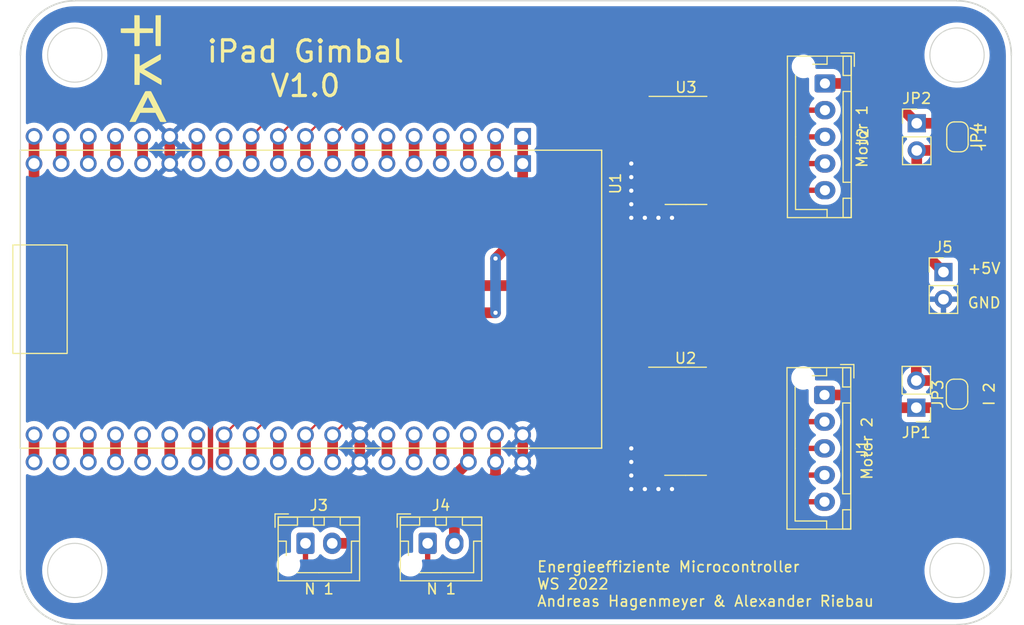
<source format=kicad_pcb>
(kicad_pcb (version 20211014) (generator pcbnew)
  (layers (0 "F.Cu" signal) (31 "B.Cu" signal) (34 "B.Paste" user) (35 "F.Paste" user) (36 "B.SilkS" user "B.Silkscreen") (37 "F.SilkS" user "F.Silkscreen") (38 "B.Mask" user) (39 "F.Mask" user) (44 "Edge.Cuts" user))
  (net 0 "")
  (net 1 "Net-(J1-Pad1)")
  (net 2 "Net-(J1-Pad2)")
  (net 3 "Net-(J1-Pad3)")
  (net 4 "Net-(J1-Pad4)")
  (net 5 "Net-(J1-Pad5)")
  (net 6 "Net-(J2-Pad1)")
  (net 7 "Net-(J2-Pad2)")
  (net 8 "Net-(J2-Pad3)")
  (net 9 "Net-(J2-Pad4)")
  (net 10 "Net-(J2-Pad5)")
  (net 11 "+5V")
  (net 12 "unconnected-(U1-Pad2)")
  (net 13 "unconnected-(U1-Pad3)")
  (net 14 "unconnected-(U1-Pad4)")
  (net 15 "unconnected-(U1-Pad5)")
  (net 16 "unconnected-(U1-Pad6)")
  (net 17 "unconnected-(U1-Pad7)")
  (net 18 "M2_S2")
  (net 19 "M2_S1")
  (net 20 "unconnected-(U1-Pad12)")
  (net 21 "unconnected-(U1-Pad13)")
  (net 22 "unconnected-(U1-Pad15)")
  (net 23 "unconnected-(U1-Pad16)")
  (net 24 "unconnected-(U1-Pad17)")
  (net 25 "unconnected-(U1-Pad18)")
  (net 26 "GND")
  (net 27 "unconnected-(U1-Pad23)")
  (net 28 "unconnected-(U1-Pad24)")
  (net 29 "unconnected-(U1-Pad25)")
  (net 30 "M1_S4")
  (net 31 "M1_S3")
  (net 32 "unconnected-(U1-Pad29)")
  (net 33 "M1_S2")
  (net 34 "M1_S1")
  (net 35 "unconnected-(U1-Pad32)")
  (net 36 "unconnected-(U1-Pad33)")
  (net 37 "unconnected-(U1-Pad34)")
  (net 38 "unconnected-(U1-Pad35)")
  (net 39 "unconnected-(U1-Pad36)")
  (net 40 "unconnected-(U1-Pad37)")
  (net 41 "unconnected-(U1-Pad38)")
  (net 54 "+3.3V")
  (net 55 "N1")
  (net 56 "N2")
  (net 57 "M2_S4")
  (net 58 "M2_S3")
  (footprint "Package_SO:SOIC-16_3.9x9.9mm_P1.27mm" (layer "F.Cu") (at 179.11 85.13)
    (fp_text reference "U3" (at 0 -5.9) (layer "F.SilkS"))
    (fp_text value "ULN2003A")
    (pad "1" smd roundrect (at -2.475 -4.445) (size 1.95 0.6) (layers "F.Cu" "F.Paste" "F.Mask") (net 19 "M2_S1"))
    (pad "2" smd roundrect (at -2.475 -3.175) (size 1.95 0.6) (layers "F.Cu" "F.Paste" "F.Mask") (net 18 "M2_S2"))
    (pad "3" smd roundrect (at -2.475 -1.905) (size 1.95 0.6) (layers "F.Cu" "F.Paste" "F.Mask") (net 58 "M2_S3"))
    (pad "4" smd roundrect (at -2.475 -0.635) (size 1.95 0.6) (layers "F.Cu" "F.Paste" "F.Mask") (net 57 "M2_S4"))
    (pad "5" smd roundrect (at -2.475 0.635) (size 1.95 0.6) (layers "F.Cu" "F.Paste" "F.Mask"))
    (pad "6" smd roundrect (at -2.475 1.905) (size 1.95 0.6) (layers "F.Cu" "F.Paste" "F.Mask"))
    (pad "7" smd roundrect (at -2.475 3.175) (size 1.95 0.6) (layers "F.Cu" "F.Paste" "F.Mask"))
    (pad "8" smd roundrect (at -2.475 4.445) (size 1.95 0.6) (layers "F.Cu" "F.Paste" "F.Mask") (net 26 "GND"))
    (pad "9" smd roundrect (at 2.475 4.445) (size 1.95 0.6) (layers "F.Cu" "F.Paste" "F.Mask") (net 11 "+5V"))
    (pad "10" smd roundrect (at 2.475 3.175) (size 1.95 0.6) (layers "F.Cu" "F.Paste" "F.Mask"))
    (pad "11" smd roundrect (at 2.475 1.905) (size 1.95 0.6) (layers "F.Cu" "F.Paste" "F.Mask"))
    (pad "12" smd roundrect (at 2.475 0.635) (size 1.95 0.6) (layers "F.Cu" "F.Paste" "F.Mask"))
    (pad "13" smd roundrect (at 2.475 -0.635) (size 1.95 0.6) (layers "F.Cu" "F.Paste" "F.Mask") (net 10 "Net-(J2-Pad5)"))
    (pad "14" smd roundrect (at 2.475 -1.905) (size 1.95 0.6) (layers "F.Cu" "F.Paste" "F.Mask") (net 9 "Net-(J2-Pad4)"))
    (pad "15" smd roundrect (at 2.475 -3.175) (size 1.95 0.6) (layers "F.Cu" "F.Paste" "F.Mask") (net 8 "Net-(J2-Pad3)"))
    (pad "16" smd roundrect (at 2.475 -4.445) (size 1.95 0.6) (layers "F.Cu" "F.Paste" "F.Mask") (net 7 "Net-(J2-Pad2)"))
  )
  (footprint "Connector_JST:JST_XH_B2B-XH-AM_1x02_P2.50mm_Vertical" (layer "F.Cu") (at 154.94 121.92)
    (fp_text reference "J4" (at 1.25 -3.55) (layer "F.SilkS"))
    (fp_text value "Conn_01x02")
    (pad "" np_thru_hole circle (at -1.6 2) (size 1.2 1.2) (drill 1.2) (layers *.Cu *.Mask))
    (pad "1" thru_hole roundrect (at 0 0) (size 1.7 2) (drill 1) (layers *.Cu *.Mask) (roundrect_rratio 0.147059) (net 54 "+3.3V"))
    (pad "2" thru_hole oval (at 2.5 0) (size 1.7 2) (drill 1) (layers *.Cu *.Mask) (net 56 "N2"))
  )
  (footprint "Jumper:SolderJumper-2_P1.3mm_Open_RoundedPad1.0x1.5mm" (layer "F.Cu") (at 204.47 107.95 90)
    (fp_text reference "JP3" (at 0 -1.8 90) (layer "F.SilkS"))
    (fp_text value "SolderJumper_2_Open")
    (pad "1" smd custom (at -0.65 0 90) (size 1 0.5) (layers "F.Cu" "F.Mask") (net 1 "Net-(J1-Pad1)") (options (clearance outline) (anchor rect)) (primitives (gr_circle (center 0 0.25) (end 0.5 0.25) (width 0) (fill yes)) (gr_circle (center 0 -0.25) (end 0.5 -0.25) (width 0) (fill yes)) (gr_poly (pts (xy 0.5 0.75) (xy 0 0.75) (xy 0 -0.75) (xy 0.5 -0.75)) (width 0) (fill yes))))
    (pad "2" smd custom (at 0.65 0 90) (size 1 0.5) (layers "F.Cu" "F.Mask") (net 11 "+5V") (options (clearance outline) (anchor rect)) (primitives (gr_circle (center 0 0.25) (end 0.5 0.25) (width 0) (fill yes)) (gr_circle (center 0 -0.25) (end 0.5 -0.25) (width 0) (fill yes)) (gr_poly (pts (xy 0 0.75) (xy -0.5 0.75) (xy -0.5 -0.75) (xy 0 -0.75)) (width 0) (fill yes))))
  )
  (footprint "ESP32-DEVKITC-32D:MODULE_ESP32-DEVKITC-32D_TWO-ROW" (layer "F.Cu") (at 144.07 99.06 -90)
    (fp_text reference "U1" (at -10.829175 -28.446045 -90) (layer "F.SilkS") (effects (font (size 1.000386 1.000386))))
    (fp_text value "ESP32-DEVKITC-32D")
    (pad "1" thru_hole rect (at -12.7 -19.76 270) (size 1.56 1.56) (drill 1.04) (layers *.Cu *.Mask) (net 54 "+3.3V"))
    (pad "1" thru_hole rect (at -15.24 -19.76 270) (size 1.56 1.56) (drill 1.04) (layers *.Cu *.Mask) (net 54 "+3.3V"))
    (pad "2" thru_hole circle (at -15.24 -17.22 270) (size 1.56 1.56) (drill 1.04) (layers *.Cu *.Mask) (net 12 "unconnected-(U1-Pad2)"))
    (pad "2" thru_hole circle (at -12.7 -17.22 270) (size 1.56 1.56) (drill 1.04) (layers *.Cu *.Mask) (net 12 "unconnected-(U1-Pad2)"))
    (pad "3" thru_hole circle (at -12.7 -14.68 270) (size 1.56 1.56) (drill 1.04) (layers *.Cu *.Mask) (net 13 "unconnected-(U1-Pad3)"))
    (pad "3" thru_hole circle (at -15.24 -14.68 270) (size 1.56 1.56) (drill 1.04) (layers *.Cu *.Mask) (net 13 "unconnected-(U1-Pad3)"))
    (pad "4" thru_hole circle (at -12.7 -12.14 270) (size 1.56 1.56) (drill 1.04) (layers *.Cu *.Mask) (net 14 "unconnected-(U1-Pad4)"))
    (pad "4" thru_hole circle (at -15.24 -12.14 270) (size 1.56 1.56) (drill 1.04) (layers *.Cu *.Mask) (net 14 "unconnected-(U1-Pad4)"))
    (pad "5" thru_hole circle (at -12.7 -9.6 270) (size 1.56 1.56) (drill 1.04) (layers *.Cu *.Mask) (net 15 "unconnected-(U1-Pad5)"))
    (pad "5" thru_hole circle (at -15.24 -9.6 270) (size 1.56 1.56) (drill 1.04) (layers *.Cu *.Mask) (net 15 "unconnected-(U1-Pad5)"))
    (pad "6" thru_hole circle (at -12.7 -7.06 270) (size 1.56 1.56) (drill 1.04) (layers *.Cu *.Mask) (net 16 "unconnected-(U1-Pad6)"))
    (pad "6" thru_hole circle (at -15.24 -7.06 270) (size 1.56 1.56) (drill 1.04) (layers *.Cu *.Mask) (net 16 "unconnected-(U1-Pad6)"))
    (pad "7" thru_hole circle (at -15.24 -4.52 270) (size 1.56 1.56) (drill 1.04) (layers *.Cu *.Mask) (net 17 "unconnected-(U1-Pad7)"))
    (pad "7" thru_hole circle (at -12.7 -4.52 270) (size 1.56 1.56) (drill 1.04) (layers *.Cu *.Mask) (net 17 "unconnected-(U1-Pad7)"))
    (pad "8" thru_hole circle (at -12.7 -1.98 270) (size 1.56 1.56) (drill 1.04) (layers *.Cu *.Mask) (net 57 "M2_S4"))
    (pad "8" thru_hole circle (at -15.24 -1.98 270) (size 1.56 1.56) (drill 1.04) (layers *.Cu *.Mask) (net 57 "M2_S4"))
    (pad "9" thru_hole circle (at -15.24 0.56 270) (size 1.56 1.56) (drill 1.04) (layers *.Cu *.Mask) (net 58 "M2_S3"))
    (pad "9" thru_hole circle (at -12.7 0.56 270) (size 1.56 1.56) (drill 1.04) (layers *.Cu *.Mask) (net 58 "M2_S3"))
    (pad "10" thru_hole circle (at -15.24 3.1 270) (size 1.56 1.56) (drill 1.04) (layers *.Cu *.Mask) (net 18 "M2_S2"))
    (pad "10" thru_hole circle (at -12.7 3.1 270) (size 1.56 1.56) (drill 1.04) (layers *.Cu *.Mask) (net 18 "M2_S2"))
    (pad "11" thru_hole circle (at -12.7 5.64 270) (size 1.56 1.56) (drill 1.04) (layers *.Cu *.Mask) (net 19 "M2_S1"))
    (pad "11" thru_hole circle (at -15.24 5.64 270) (size 1.56 1.56) (drill 1.04) (layers *.Cu *.Mask) (net 19 "M2_S1"))
    (pad "12" thru_hole circle (at -15.24 8.18 270) (size 1.56 1.56) (drill 1.04) (layers *.Cu *.Mask) (net 20 "unconnected-(U1-Pad12)"))
    (pad "12" thru_hole circle (at -12.7 8.18 270) (size 1.56 1.56) (drill 1.04) (layers *.Cu *.Mask) (net 20 "unconnected-(U1-Pad12)"))
    (pad "13" thru_hole circle (at -15.24 10.72 270) (size 1.56 1.56) (drill 1.04) (layers *.Cu *.Mask) (net 21 "unconnected-(U1-Pad13)"))
    (pad "13" thru_hole circle (at -12.7 10.72 270) (size 1.56 1.56) (drill 1.04) (layers *.Cu *.Mask) (net 21 "unconnected-(U1-Pad13)"))
    (pad "14" thru_hole circle (at -12.7 13.26 270) (size 1.56 1.56) (drill 1.04) (layers *.Cu *.Mask) (net 26 "GND"))
    (pad "14" thru_hole circle (at -15.24 13.26 270) (size 1.56 1.56) (drill 1.04) (layers *.Cu *.Mask) (net 26 "GND"))
    (pad "15" thru_hole circle (at -12.7 15.8 270) (size 1.56 1.56) (drill 1.04) (layers *.Cu *.Mask) (net 22 "unconnected-(U1-Pad15)"))
    (pad "15" thru_hole circle (at -15.24 15.8 270) (size 1.56 1.56) (drill 1.04) (layers *.Cu *.Mask) (net 22 "unconnected-(U1-Pad15)"))
    (pad "16" thru_hole circle (at -12.7 18.34 270) (size 1.56 1.56) (drill 1.04) (layers *.Cu *.Mask) (net 23 "unconnected-(U1-Pad16)"))
    (pad "16" thru_hole circle (at -15.24 18.34 270) (size 1.56 1.56) (drill 1.04) (layers *.Cu *.Mask) (net 23 "unconnected-(U1-Pad16)"))
    (pad "17" thru_hole circle (at -15.24 20.88 270) (size 1.56 1.56) (drill 1.04) (layers *.Cu *.Mask) (net 24 "unconnected-(U1-Pad17)"))
    (pad "17" thru_hole circle (at -12.7 20.88 270) (size 1.56 1.56) (drill 1.04) (layers *.Cu *.Mask) (net 24 "unconnected-(U1-Pad17)"))
    (pad "18" thru_hole circle (at -15.24 23.42 270) (size 1.56 1.56) (drill 1.04) (layers *.Cu *.Mask) (net 25 "unconnected-(U1-Pad18)"))
    (pad "18" thru_hole circle (at -12.7 23.42 270) (size 1.56 1.56) (drill 1.04) (layers *.Cu *.Mask) (net 25 "unconnected-(U1-Pad18)"))
    (pad "19" thru_hole circle (at -15.24 25.96 270) (size 1.56 1.56) (drill 1.04) (layers *.Cu *.Mask) (net 11 "+5V"))
    (pad "19" thru_hole circle (at -12.7 25.96 270) (size 1.56 1.56) (drill 1.04) (layers *.Cu *.Mask) (net 11 "+5V"))
    (pad "20" thru_hole circle (at 15.24 -19.76 270) (size 1.56 1.56) (drill 1.04) (layers *.Cu *.Mask) (net 26 "GND"))
    (pad "20" thru_hole circle (at 12.7 -19.76 270) (size 1.56 1.56) (drill 1.04) (layers *.Cu *.Mask) (net 26 "GND"))
    (pad "21" thru_hole circle (at 12.7 -17.22 270) (size 1.56 1.56) (drill 1.04) (layers *.Cu *.Mask) (net 56 "N2"))
    (pad "21" thru_hole circle (at 15.24 -17.22 270) (size 1.56 1.56) (drill 1.04) (layers *.Cu *.Mask) (net 56 "N2"))
    (pad "22" thru_hole circle (at 12.7 -14.68 270) (size 1.56 1.56) (drill 1.04) (layers *.Cu *.Mask) (net 55 "N1"))
    (pad "22" thru_hole circle (at 15.24 -14.68 270) (size 1.56 1.56) (drill 1.04) (layers *.Cu *.Mask) (net 55 "N1"))
    (pad "23" thru_hole circle (at 12.7 -12.14 270) (size 1.56 1.56) (drill 1.04) (layers *.Cu *.Mask) (net 27 "unconnected-(U1-Pad23)"))
    (pad "23" thru_hole circle (at 15.24 -12.14 270) (size 1.56 1.56) (drill 1.04) (layers *.Cu *.Mask) (net 27 "unconnected-(U1-Pad23)"))
    (pad "24" thru_hole circle (at 15.24 -9.6 270) (size 1.56 1.56) (drill 1.04) (layers *.Cu *.Mask) (net 28 "unconnected-(U1-Pad24)"))
    (pad "24" thru_hole circle (at 12.7 -9.6 270) (size 1.56 1.56) (drill 1.04) (layers *.Cu *.Mask) (net 28 "unconnected-(U1-Pad24)"))
    (pad "25" thru_hole circle (at 12.7 -7.06 270) (size 1.56 1.56) (drill 1.04) (layers *.Cu *.Mask) (net 29 "unconnected-(U1-Pad25)"))
    (pad "25" thru_hole circle (at 15.24 -7.06 270) (size 1.56 1.56) (drill 1.04) (layers *.Cu *.Mask) (net 29 "unconnected-(U1-Pad25)"))
    (pad "26" thru_hole circle (at 12.7 -4.52 270) (size 1.56 1.56) (drill 1.04) (layers *.Cu *.Mask) (net 26 "GND"))
    (pad "26" thru_hole circle (at 15.24 -4.52 270) (size 1.56 1.56) (drill 1.04) (layers *.Cu *.Mask) (net 26 "GND"))
    (pad "27" thru_hole circle (at 12.7 -1.98 270) (size 1.56 1.56) (drill 1.04) (layers *.Cu *.Mask) (net 30 "M1_S4"))
    (pad "27" thru_hole circle (at 15.24 -1.98 270) (size 1.56 1.56) (drill 1.04) (layers *.Cu *.Mask) (net 30 "M1_S4"))
    (pad "28" thru_hole circle (at 12.7 0.56 270) (size 1.56 1.56) (drill 1.04) (layers *.Cu *.Mask) (net 31 "M1_S3"))
    (pad "28" thru_hole circle (at 15.24 0.56 270) (size 1.56 1.56) (drill 1.04) (layers *.Cu *.Mask) (net 31 "M1_S3"))
    (pad "29" thru_hole circle (at 15.24 3.1 270) (size 1.56 1.56) (drill 1.04) (layers *.Cu *.Mask) (net 32 "unconnected-(U1-Pad29)"))
    (pad "29" thru_hole circle (at 12.7 3.1 270) (size 1.56 1.56) (drill 1.04) (layers *.Cu *.Mask) (net 32 "unconnected-(U1-Pad29)"))
    (pad "30" thru_hole circle (at 15.24 5.64 270) (size 1.56 1.56) (drill 1.04) (layers *.Cu *.Mask) (net 33 "M1_S2"))
    (pad "30" thru_hole circle (at 12.7 5.64 270) (size 1.56 1.56) (drill 1.04) (layers *.Cu *.Mask) (net 33 "M1_S2"))
    (pad "31" thru_hole circle (at 15.24 8.18 270) (size 1.56 1.56) (drill 1.04) (layers *.Cu *.Mask) (net 34 "M1_S1"))
    (pad "31" thru_hole circle (at 12.7 8.18 270) (size 1.56 1.56) (drill 1.04) (layers *.Cu *.Mask) (net 34 "M1_S1"))
    (pad "32" thru_hole circle (at 15.24 10.72 270) (size 1.56 1.56) (drill 1.04) (layers *.Cu *.Mask) (net 35 "unconnected-(U1-Pad32)"))
    (pad "32" thru_hole circle (at 12.7 10.72 270) (size 1.56 1.56) (drill 1.04) (layers *.Cu *.Mask) (net 35 "unconnected-(U1-Pad32)"))
    (pad "33" thru_hole circle (at 12.7 13.26 270) (size 1.56 1.56) (drill 1.04) (layers *.Cu *.Mask) (net 36 "unconnected-(U1-Pad33)"))
    (pad "33" thru_hole circle (at 15.24 13.26 270) (size 1.56 1.56) (drill 1.04) (layers *.Cu *.Mask) (net 36 "unconnected-(U1-Pad33)"))
    (pad "34" thru_hole circle (at 15.24 15.8 270) (size 1.56 1.56) (drill 1.04) (layers *.Cu *.Mask) (net 37 "unconnected-(U1-Pad34)"))
    (pad "34" thru_hole circle (at 12.7 15.8 270) (size 1.56 1.56) (drill 1.04) (layers *.Cu *.Mask) (net 37 "unconnected-(U1-Pad34)"))
    (pad "35" thru_hole circle (at 15.24 18.34 270) (size 1.56 1.56) (drill 1.04) (layers *.Cu *.Mask) (net 38 "unconnected-(U1-Pad35)"))
    (pad "35" thru_hole circle (at 12.7 18.34 270) (size 1.56 1.56) (drill 1.04) (layers *.Cu *.Mask) (net 38 "unconnected-(U1-Pad35)"))
    (pad "36" thru_hole circle (at 12.7 20.88 270) (size 1.56 1.56) (drill 1.04) (layers *.Cu *.Mask) (net 39 "unconnected-(U1-Pad36)"))
    (pad "36" thru_hole circle (at 15.24 20.88 270) (size 1.56 1.56) (drill 1.04) (layers *.Cu *.Mask) (net 39 "unconnected-(U1-Pad36)"))
    (pad "37" thru_hole circle (at 12.7 23.42 270) (size 1.56 1.56) (drill 1.04) (layers *.Cu *.Mask) (net 40 "unconnected-(U1-Pad37)"))
    (pad "37" thru_hole circle (at 15.24 23.42 270) (size 1.56 1.56) (drill 1.04) (layers *.Cu *.Mask) (net 40 "unconnected-(U1-Pad37)"))
    (pad "38" thru_hole circle (at 12.7 25.96 270) (size 1.56 1.56) (drill 1.04) (layers *.Cu *.Mask) (net 41 "unconnected-(U1-Pad38)"))
    (pad "38" thru_hole circle (at 15.24 25.96 270) (size 1.56 1.56) (drill 1.04) (layers *.Cu *.Mask) (net 41 "unconnected-(U1-Pad38)"))
  )
  (footprint "Connector_PinHeader_2.54mm:PinHeader_1x02_P2.54mm_Vertical" (layer "F.Cu") (at 200.66 109.22 180)
    (fp_text reference "JP1" (at 0 -2.33 180) (layer "F.SilkS"))
    (fp_text value "Jumper_2_Open")
    (pad "1" thru_hole rect (at 0 0 180) (size 1.7 1.7) (drill 1) (layers *.Cu *.Mask) (net 1 "Net-(J1-Pad1)"))
    (pad "2" thru_hole oval (at 0 2.54 180) (size 1.7 1.7) (drill 1) (layers *.Cu *.Mask) (net 11 "+5V"))
  )
  (footprint "Connector_JST:JST_XH_B2B-XH-AM_1x02_P2.50mm_Vertical" (layer "F.Cu") (at 143.51 121.92)
    (fp_text reference "J3" (at 1.25 -3.55) (layer "F.SilkS"))
    (fp_text value "Conn_01x02")
    (pad "" np_thru_hole circle (at -1.6 2) (size 1.2 1.2) (drill 1.2) (layers *.Cu *.Mask))
    (pad "1" thru_hole roundrect (at 0 0) (size 1.7 2) (drill 1) (layers *.Cu *.Mask) (roundrect_rratio 0.147059) (net 54 "+3.3V"))
    (pad "2" thru_hole oval (at 2.5 0) (size 1.7 2) (drill 1) (layers *.Cu *.Mask) (net 55 "N1"))
  )
  (footprint "Connector_JST:JST_XH_B5B-XH-AM_1x05_P2.50mm_Vertical" (layer "F.Cu") (at 192.11 78.86 -90)
    (fp_text reference "J2" (at 5 -3.55 -90) (layer "F.SilkS"))
    (fp_text value "Conn_01x05")
    (pad "" np_thru_hole circle (at -1.6 2 270) (size 1.2 1.2) (drill 1.2) (layers *.Cu *.Mask))
    (pad "1" thru_hole roundrect (at 0 0 270) (size 1.7 1.95) (drill 0.95) (layers *.Cu *.Mask) (roundrect_rratio 0.147059) (net 6 "Net-(J2-Pad1)"))
    (pad "2" thru_hole oval (at 2.5 0 270) (size 1.7 1.95) (drill 0.95) (layers *.Cu *.Mask) (net 7 "Net-(J2-Pad2)"))
    (pad "3" thru_hole oval (at 5 0 270) (size 1.7 1.95) (drill 0.95) (layers *.Cu *.Mask) (net 8 "Net-(J2-Pad3)"))
    (pad "4" thru_hole oval (at 7.5 0 270) (size 1.7 1.95) (drill 0.95) (layers *.Cu *.Mask) (net 9 "Net-(J2-Pad4)"))
    (pad "5" thru_hole oval (at 10 0 270) (size 1.7 1.95) (drill 0.95) (layers *.Cu *.Mask) (net 10 "Net-(J2-Pad5)"))
  )
  (footprint "Jumper:SolderJumper-2_P1.3mm_Open_RoundedPad1.0x1.5mm" (layer "F.Cu") (at 204.51 83.86 -90)
    (fp_text reference "JP4" (at 0 -1.8 -90) (layer "F.SilkS"))
    (fp_text value "SolderJumper_2_Open")
    (pad "1" smd custom (at -0.65 0 270) (size 1 0.5) (layers "F.Cu" "F.Mask") (net 6 "Net-(J2-Pad1)") (options (clearance outline) (anchor rect)) (primitives (gr_circle (center 0 0.25) (end 0.5 0.25) (width 0) (fill yes)) (gr_circle (center 0 -0.25) (end 0.5 -0.25) (width 0) (fill yes)) (gr_poly (pts (xy 0.5 0.75) (xy 0 0.75) (xy 0 -0.75) (xy 0.5 -0.75)) (width 0) (fill yes))))
    (pad "2" smd custom (at 0.65 0 270) (size 1 0.5) (layers "F.Cu" "F.Mask") (net 11 "+5V") (options (clearance outline) (anchor rect)) (primitives (gr_circle (center 0 0.25) (end 0.5 0.25) (width 0) (fill yes)) (gr_circle (center 0 -0.25) (end 0.5 -0.25) (width 0) (fill yes)) (gr_poly (pts (xy 0 0.75) (xy -0.5 0.75) (xy -0.5 -0.75) (xy 0 -0.75)) (width 0) (fill yes))))
  )
  (footprint "Connector_PinHeader_2.54mm:PinHeader_1x02_P2.54mm_Vertical" (layer "F.Cu") (at 203.2 96.52)
    (fp_text reference "J5" (at 0 -2.33) (layer "F.SilkS"))
    (fp_text value "Conn_01x02")
    (pad "1" thru_hole rect (at 0 0) (size 1.7 1.7) (drill 1) (layers *.Cu *.Mask) (net 11 "+5V"))
    (pad "2" thru_hole oval (at 0 2.54) (size 1.7 1.7) (drill 1) (layers *.Cu *.Mask) (net 26 "GND"))
  )
  (footprint "Connector_JST:JST_XH_B5B-XH-AM_1x05_P2.50mm_Vertical" (layer "F.Cu") (at 192.07 108.03 -90)
    (fp_text reference "J1" (at 5 -3.55 -90) (layer "F.SilkS"))
    (fp_text value "Conn_01x05")
    (pad "" np_thru_hole circle (at -1.6 2 270) (size 1.2 1.2) (drill 1.2) (layers *.Cu *.Mask))
    (pad "1" thru_hole roundrect (at 0 0 270) (size 1.7 1.95) (drill 0.95) (layers *.Cu *.Mask) (roundrect_rratio 0.147059) (net 1 "Net-(J1-Pad1)"))
    (pad "2" thru_hole oval (at 2.5 0 270) (size 1.7 1.95) (drill 0.95) (layers *.Cu *.Mask) (net 2 "Net-(J1-Pad2)"))
    (pad "3" thru_hole oval (at 5 0 270) (size 1.7 1.95) (drill 0.95) (layers *.Cu *.Mask) (net 3 "Net-(J1-Pad3)"))
    (pad "4" thru_hole oval (at 7.5 0 270) (size 1.7 1.95) (drill 0.95) (layers *.Cu *.Mask) (net 4 "Net-(J1-Pad4)"))
    (pad "5" thru_hole oval (at 10 0 270) (size 1.7 1.95) (drill 0.95) (layers *.Cu *.Mask) (net 5 "Net-(J1-Pad5)"))
  )
  (footprint "Connector_PinHeader_2.54mm:PinHeader_1x02_P2.54mm_Vertical" (layer "F.Cu") (at 200.7 82.59)
    (fp_text reference "JP2" (at 0 -2.33) (layer "F.SilkS"))
    (fp_text value "Jumper_2_Open")
    (pad "1" thru_hole rect (at 0 0) (size 1.7 1.7) (drill 1) (layers *.Cu *.Mask) (net 6 "Net-(J2-Pad1)"))
    (pad "2" thru_hole oval (at 0 2.54) (size 1.7 1.7) (drill 1) (layers *.Cu *.Mask) (net 11 "+5V"))
  )
  (footprint "Library:hka_10mm" (layer "F.Cu") (at 128.27 77.47)
    (fp_text reference "G***" hide)
    (fp_text value "LOGO" hide)
  )
  (footprint "Package_SO:SOIC-16_3.9x9.9mm_P1.27mm" (layer "F.Cu") (at 179.07 110.49)
    (fp_text reference "U2" (at 0 -5.9) (layer "F.SilkS"))
    (fp_text value "ULN2003A")
    (pad "1" smd roundrect (at -2.475 -4.445) (size 1.95 0.6) (layers "F.Cu" "F.Paste" "F.Mask") (net 34 "M1_S1"))
    (pad "2" smd roundrect (at -2.475 -3.175) (size 1.95 0.6) (layers "F.Cu" "F.Paste" "F.Mask") (net 33 "M1_S2"))
    (pad "3" smd roundrect (at -2.475 -1.905) (size 1.95 0.6) (layers "F.Cu" "F.Paste" "F.Mask") (net 31 "M1_S3"))
    (pad "4" smd roundrect (at -2.475 -0.635) (size 1.95 0.6) (layers "F.Cu" "F.Paste" "F.Mask") (net 30 "M1_S4"))
    (pad "5" smd roundrect (at -2.475 0.635) (size 1.95 0.6) (layers "F.Cu" "F.Paste" "F.Mask"))
    (pad "6" smd roundrect (at -2.475 1.905) (size 1.95 0.6) (layers "F.Cu" "F.Paste" "F.Mask"))
    (pad "7" smd roundrect (at -2.475 3.175) (size 1.95 0.6) (layers "F.Cu" "F.Paste" "F.Mask"))
    (pad "8" smd roundrect (at -2.475 4.445) (size 1.95 0.6) (layers "F.Cu" "F.Paste" "F.Mask") (net 26 "GND"))
    (pad "9" smd roundrect (at 2.475 4.445) (size 1.95 0.6) (layers "F.Cu" "F.Paste" "F.Mask") (net 11 "+5V"))
    (pad "10" smd roundrect (at 2.475 3.175) (size 1.95 0.6) (layers "F.Cu" "F.Paste" "F.Mask"))
    (pad "11" smd roundrect (at 2.475 1.905) (size 1.95 0.6) (layers "F.Cu" "F.Paste" "F.Mask"))
    (pad "12" smd roundrect (at 2.475 0.635) (size 1.95 0.6) (layers "F.Cu" "F.Paste" "F.Mask"))
    (pad "13" smd roundrect (at 2.475 -0.635) (size 1.95 0.6) (layers "F.Cu" "F.Paste" "F.Mask") (net 5 "Net-(J1-Pad5)"))
    (pad "14" smd roundrect (at 2.475 -1.905) (size 1.95 0.6) (layers "F.Cu" "F.Paste" "F.Mask") (net 4 "Net-(J1-Pad4)"))
    (pad "15" smd roundrect (at 2.475 -3.175) (size 1.95 0.6) (layers "F.Cu" "F.Paste" "F.Mask") (net 3 "Net-(J1-Pad3)"))
    (pad "16" smd roundrect (at 2.475 -4.445) (size 1.95 0.6) (layers "F.Cu" "F.Paste" "F.Mask") (net 2 "Net-(J1-Pad2)"))
  )
  (gr_arc (start 204.47 71.12) (mid 208.062102 72.607898) (end 209.55 76.2) (layer "Edge.Cuts") (width 0.15))
  (gr_line (start 204.47 129.54) (end 121.92 129.54) (layer "Edge.Cuts") (width 0.1))
  (gr_line (start 116.84 124.46) (end 116.84 76.2) (layer "Edge.Cuts") (width 0.1))
  (gr_circle (center 121.92 76.2) (end 121.92 73.66) (layer "Edge.Cuts") (width 0.1) (fill none))
  (gr_arc (start 116.84 76.2) (mid 118.327898 72.607898) (end 121.92 71.12) (layer "Edge.Cuts") (width 0.15))
  (gr_circle (center 204.47 76.2) (end 204.47 73.66) (layer "Edge.Cuts") (width 0.1) (fill none))
  (gr_circle (center 121.92 124.46) (end 121.92 121.92) (layer "Edge.Cuts") (width 0.1) (fill none))
  (gr_line (start 121.92 71.12) (end 204.47 71.12) (layer "Edge.Cuts") (width 0.1))
  (gr_arc (start 121.92 129.54) (mid 118.327898 128.052102) (end 116.84 124.46) (layer "Edge.Cuts") (width 0.15))
  (gr_arc (start 209.55 124.46) (mid 208.062102 128.052102) (end 204.47 129.54) (layer "Edge.Cuts") (width 0.15))
  (gr_line (start 209.55 76.2) (end 209.55 124.46) (layer "Edge.Cuts") (width 0.1))
  (gr_circle (center 204.47 124.46) (end 204.47 121.92) (layer "Edge.Cuts") (width 0.1) (fill none))
  (gr_text "N 1\n\n" (at 156.21 127) (layer "F.SilkS") (effects (font (size 1 1))))
  (gr_text "I 1\n\n\n" (at 208.28 83.82 90) (layer "F.SilkS") (effects (font (size 1 1))))
  (gr_text "Motor 2\n\n" (at 196.85 113.03 90) (layer "F.SilkS") (effects (font (size 1 1))))
  (gr_text "+5V\n\nGND" (at 207.01 97.79) (layer "F.SilkS") (effects (font (size 1 1))))
  (gr_text "N 1\n\n" (at 144.78 127) (layer "F.SilkS") (effects (font (size 1 1))))
  (gr_text "Motor 1\n" (at 195.58 83.82 90) (layer "F.SilkS") (effects (font (size 1 1))))
  (gr_text "Energieeffiziente Microcontroller \nWS 2022\nAndreas Hagenmeyer & Alexander Riebau" (at 165.1 125.73) (layer "F.SilkS") (effects (font (size 1 1)) (justify left)))
  (gr_text "iPad Gimbal\nV1.0" (at 143.51 77.47) (layer "F.SilkS") (effects (font (size 2 2) (thickness 0.3))))
  (gr_text "I 2\n\n" (at 208.28 107.95 90) (layer "F.SilkS") (effects (font (size 1 1))))
  (segment (start 192.07 108.03) (end 196.93 108.03) (width 1) (layer "F.Cu") (net 1))
  (segment (start 203.85 109.22) (end 204.47 108.6) (width 1) (layer "F.Cu") (net 1))
  (segment (start 196.93 108.03) (end 198.12 109.22) (width 1) (layer "F.Cu") (net 1))
  (segment (start 200.66 109.22) (end 203.85 109.22) (width 1) (layer "F.Cu") (net 1))
  (segment (start 198.12 109.22) (end 200.66 109.22) (width 1) (layer "F.Cu") (net 1))
  (segment (start 187.325 106.045) (end 187.96 106.68) (width 0.5) (layer "F.Cu") (net 2))
  (segment (start 187.96 109.22) (end 189.27 110.53) (width 0.5) (layer "F.Cu") (net 2))
  (segment (start 181.545 106.045) (end 187.325 106.045) (width 0.5) (layer "F.Cu") (net 2))
  (segment (start 189.27 110.53) (end 192.07 110.53) (width 0.5) (layer "F.Cu") (net 2))
  (segment (start 187.96 106.68) (end 187.96 109.22) (width 0.5) (layer "F.Cu") (net 2))
  (segment (start 181.545 107.315) (end 186.055 107.315) (width 0.5) (layer "F.Cu") (net 3))
  (segment (start 186.69 107.95) (end 186.69 110.49) (width 0.5) (layer "F.Cu") (net 3))
  (segment (start 186.69 110.49) (end 189.23 113.03) (width 0.5) (layer "F.Cu") (net 3))
  (segment (start 189.23 113.03) (end 192.07 113.03) (width 0.5) (layer "F.Cu") (net 3))
  (segment (start 186.055 107.315) (end 186.69 107.95) (width 0.5) (layer "F.Cu") (net 3))
  (segment (start 181.545 108.585) (end 184.785 108.585) (width 0.5) (layer "F.Cu") (net 4))
  (segment (start 189.27 115.53) (end 192.07 115.53) (width 0.5) (layer "F.Cu") (net 4))
  (segment (start 185.42 111.76) (end 189.23 115.57) (width 0.5) (layer "F.Cu") (net 4))
  (segment (start 184.785 108.585) (end 185.42 109.22) (width 0.5) (layer "F.Cu") (net 4))
  (segment (start 185.42 109.22) (end 185.42 111.76) (width 0.5) (layer "F.Cu") (net 4))
  (segment (start 189.23 115.57) (end 189.27 115.53) (width 0.5) (layer "F.Cu") (net 4))
  (segment (start 183.515 109.855) (end 184.15 110.49) (width 0.5) (layer "F.Cu") (net 5))
  (segment (start 181.545 109.855) (end 183.515 109.855) (width 0.5) (layer "F.Cu") (net 5))
  (segment (start 184.15 110.49) (end 184.15 113.03) (width 0.5) (layer "F.Cu") (net 5))
  (segment (start 189.23 118.11) (end 189.31 118.03) (width 0.5) (layer "F.Cu") (net 5))
  (segment (start 189.31 118.03) (end 192.07 118.03) (width 0.5) (layer "F.Cu") (net 5))
  (segment (start 184.15 113.03) (end 189.23 118.11) (width 0.5) (layer "F.Cu") (net 5))
  (segment (start 192.11 78.86) (end 196.97 78.86) (width 1) (layer "F.Cu") (net 6))
  (segment (start 200.7 82.59) (end 203.89 82.59) (width 1) (layer "F.Cu") (net 6))
  (segment (start 203.89 82.59) (end 204.51 83.21) (width 1) (layer "F.Cu") (net 6))
  (segment (start 196.97 78.86) (end 200.7 82.59) (width 1) (layer "F.Cu") (net 6))
  (segment (start 181.585 80.685) (end 188.635 80.685) (width 0.5) (layer "F.Cu") (net 7))
  (segment (start 188.635 80.685) (end 189.31 81.36) (width 0.5) (layer "F.Cu") (net 7))
  (segment (start 189.31 81.36) (end 192.11 81.36) (width 0.5) (layer "F.Cu") (net 7))
  (segment (start 187.365 81.955) (end 189.27 83.86) (width 0.5) (layer "F.Cu") (net 8))
  (segment (start 181.585 81.955) (end 187.365 81.955) (width 0.5) (layer "F.Cu") (net 8))
  (segment (start 189.27 83.86) (end 192.11 83.86) (width 0.5) (layer "F.Cu") (net 8))
  (segment (start 181.585 83.225) (end 186.095 83.225) (width 0.5) (layer "F.Cu") (net 9))
  (segment (start 189.23 86.36) (end 192.11 86.36) (width 0.5) (layer "F.Cu") (net 9))
  (segment (start 186.095 83.225) (end 189.23 86.36) (width 0.5) (layer "F.Cu") (net 9))
  (segment (start 181.585 84.495) (end 184.825 84.495) (width 0.5) (layer "F.Cu") (net 10))
  (segment (start 184.825 84.495) (end 189.19 88.86) (width 0.5) (layer "F.Cu") (net 10))
  (segment (start 189.19 88.86) (end 192.11 88.86) (width 0.5) (layer "F.Cu") (net 10))
  (segment (start 203.2 96.52) (end 200.7 94.02) (width 1) (layer "F.Cu") (net 11))
  (segment (start 200.7 85.13) (end 203.89 85.13) (width 1) (layer "F.Cu") (net 11))
  (segment (start 200.7 93.94) (end 200.7 85.13) (width 1) (layer "F.Cu") (net 11))
  (segment (start 118.11 88.9) (end 127 97.79) (width 1) (layer "F.Cu") (net 11))
  (segment (start 179.705 114.935) (end 179.07 114.3) (width 0.5) (layer "F.Cu") (net 11))
  (segment (start 196.85 97.79) (end 200.66 101.6) (width 1) (layer "F.Cu") (net 11))
  (segment (start 181.585 95.275) (end 179.07 97.79) (width 0.5) (layer "F.Cu") (net 11))
  (segment (start 179.07 114.3) (end 179.07 97.79) (width 0.5) (layer "F.Cu") (net 11))
  (segment (start 200.7 94.02) (end 200.7 93.94) (width 1) (layer "F.Cu") (net 11))
  (segment (start 196.85 97.79) (end 200.7 93.94) (width 1) (layer "F.Cu") (net 11))
  (segment (start 118.11 83.82) (end 118.11 86.36) (width 1) (layer "F.Cu") (net 11))
  (segment (start 200.66 106.68) (end 203.85 106.68) (width 1) (layer "F.Cu") (net 11))
  (segment (start 118.11 86.36) (end 118.11 88.9) (width 1) (layer "F.Cu") (net 11))
  (segment (start 203.89 85.13) (end 204.51 84.51) (width 1) (layer "F.Cu") (net 11))
  (segment (start 181.585 89.575) (end 181.585 95.275) (width 0.5) (layer "F.Cu") (net 11))
  (segment (start 179.07 97.79) (end 196.85 97.79) (width 1) (layer "F.Cu") (net 11))
  (segment (start 200.66 101.6) (end 200.66 106.68) (width 1) (layer "F.Cu") (net 11))
  (segment (start 203.85 106.68) (end 204.47 107.3) (width 1) (layer "F.Cu") (net 11))
  (segment (start 181.545 114.935) (end 179.705 114.935) (width 0.5) (layer "F.Cu") (net 11))
  (segment (start 127 97.79) (end 179.07 97.79) (width 1) (layer "F.Cu") (net 11))
  (segment (start 161.29 83.82) (end 161.29 86.36) (width 1) (layer "F.Cu") (net 12))
  (segment (start 158.75 83.82) (end 158.75 86.36) (width 1) (layer "F.Cu") (net 13))
  (segment (start 156.21 86.36) (end 156.21 83.82) (width 1) (layer "F.Cu") (net 14))
  (segment (start 153.67 83.82) (end 153.67 86.36) (width 1) (layer "F.Cu") (net 15))
  (segment (start 151.13 83.82) (end 151.13 86.36) (width 1) (layer "F.Cu") (net 16))
  (segment (start 148.59 83.82) (end 148.59 86.36) (width 1) (layer "F.Cu") (net 17))
  (segment (start 168.11 80.48) (end 144.31 80.48) (width 0.2) (layer "F.Cu") (net 18))
  (segment (start 176.635 81.955) (end 169.585 81.955) (width 0.2) (layer "F.Cu") (net 18))
  (segment (start 144.31 80.48) (end 140.97 83.82) (width 0.2) (layer "F.Cu") (net 18))
  (segment (start 169.585 81.955) (end 168.11 80.48) (width 0.2) (layer "F.Cu") (net 18))
  (segment (start 140.97 83.82) (end 140.97 86.36) (width 1) (layer "F.Cu") (net 18))
  (segment (start 176.635 80.685) (end 169.585 80.685) (width 0.2) (layer "F.Cu") (net 19))
  (segment (start 168.91 80.01) (end 142.24 80.01) (width 0.2) (layer "F.Cu") (net 19))
  (segment (start 169.585 80.685) (end 168.91 80.01) (width 0.2) (layer "F.Cu") (net 19))
  (segment (start 138.43 83.82) (end 138.43 86.36) (width 1) (layer "F.Cu") (net 19))
  (segment (start 142.24 80.01) (end 138.43 83.82) (width 0.2) (layer "F.Cu") (net 19))
  (segment (start 135.89 83.82) (end 135.89 86.36) (width 1) (layer "F.Cu") (net 20))
  (segment (start 133.35 83.82) (end 133.35 86.36) (width 1) (layer "F.Cu") (net 21))
  (segment (start 128.27 83.82) (end 128.27 86.36) (width 1) (layer "F.Cu") (net 22))
  (segment (start 125.73 83.82) (end 125.73 86.36) (width 1) (layer "F.Cu") (net 23))
  (segment (start 123.19 83.82) (end 123.19 86.36) (width 1) (layer "F.Cu") (net 24))
  (segment (start 120.65 83.82) (end 120.65 86.36) (width 1) (layer "F.Cu") (net 25))
  (segment (start 163.83 111.76) (end 163.83 114.3) (width 1) (layer "F.Cu") (net 26))
  (segment (start 148.59 114.3) (end 148.59 111.76) (width 1) (layer "F.Cu") (net 26))
  (segment (start 130.81 83.82) (end 130.81 86.36) (width 1) (layer "F.Cu") (net 26))
  (via (at 173.99 115.57) (size 0.8) (drill 0.4) (layers "F.Cu" "B.Cu") (net 26))
  (via (at 176.53 91.44) (size 0.8) (drill 0.4) (layers "F.Cu" "B.Cu") (net 26))
  (via (at 173.99 86.36) (size 0.8) (drill 0.4) (layers "F.Cu" "B.Cu") (net 26))
  (via (at 173.99 114.3) (size 0.8) (drill 0.4) (layers "F.Cu" "B.Cu") (net 26))
  (via (at 173.99 87.63) (size 0.8) (drill 0.4) (layers "F.Cu" "B.Cu") (net 26))
  (via (at 176.53 116.84) (size 0.8) (drill 0.4) (layers "F.Cu" "B.Cu") (net 26))
  (via (at 173.99 113.03) (size 0.8) (drill 0.4) (layers "F.Cu" "B.Cu") (net 26))
  (via (at 175.26 116.84) (size 0.8) (drill 0.4) (layers "F.Cu" "B.Cu") (net 26))
  (via (at 173.99 88.9) (size 0.8) (drill 0.4) (layers "F.Cu" "B.Cu") (net 26))
  (via (at 173.99 116.84) (size 0.8) (drill 0.4) (layers "F.Cu" "B.Cu") (net 26))
  (via (at 175.26 91.44) (size 0.8) (drill 0.4) (layers "F.Cu" "B.Cu") (net 26))
  (via (at 177.8 91.44) (size 0.8) (drill 0.4) (layers "F.Cu" "B.Cu") (net 26))
  (via (at 173.99 91.44) (size 0.8) (drill 0.4) (layers "F.Cu" "B.Cu") (net 26))
  (via (at 173.99 90.17) (size 0.8) (drill 0.4) (layers "F.Cu" "B.Cu") (net 26))
  (via (at 177.8 116.84) (size 0.8) (drill 0.4) (layers "F.Cu" "B.Cu") (net 26))
  (segment (start 156.21 114.3) (end 156.21 111.76) (width 1) (layer "F.Cu") (net 27))
  (segment (start 153.67 114.3) (end 153.67 111.76) (width 1) (layer "F.Cu") (net 28))
  (segment (start 151.13 114.3) (end 151.13 111.76) (width 1) (layer "F.Cu") (net 29))
  (segment (start 176.595 109.855) (end 147.955 109.855) (width 0.2) (layer "F.Cu") (net 30))
  (segment (start 146.05 114.3) (end 146.05 111.76) (width 1) (layer "F.Cu") (net 30))
  (segment (start 147.955 109.855) (end 146.05 111.76) (width 0.2) (layer "F.Cu") (net 30))
  (segment (start 146.685 108.585) (end 143.51 111.76) (width 0.2) (layer "F.Cu") (net 31))
  (segment (start 143.51 114.3) (end 143.51 111.76) (width 1) (layer "F.Cu") (net 31))
  (segment (start 176.595 108.585) (end 146.685 108.585) (width 0.2) (layer "F.Cu") (net 31))
  (segment (start 140.97 114.3) (end 140.97 111.76) (width 1) (layer "F.Cu") (net 32))
  (segment (start 142.875 107.315) (end 138.43 111.76) (width 0.2) (layer "F.Cu") (net 33))
  (segment (start 138.43 114.3) (end 138.43 111.76) (width 1) (layer "F.Cu") (net 33))
  (segment (start 176.595 107.315) (end 142.875 107.315) (width 0.2) (layer "F.Cu") (net 33))
  (segment (start 141.605 106.045) (end 135.89 111.76) (width 0.2) (layer "F.Cu") (net 34))
  (segment (start 176.595 106.045) (end 141.605 106.045) (width 0.2) (layer "F.Cu") (net 34))
  (segment (start 135.89 114.3) (end 135.89 111.76) (width 1) (layer "F.Cu") (net 34))
  (segment (start 133.35 111.76) (end 133.35 114.3) (width 1) (layer "F.Cu") (net 35))
  (segment (start 130.81 111.76) (end 130.81 114.3) (width 1) (layer "F.Cu") (net 36))
  (segment (start 128.27 111.76) (end 128.27 114.3) (width 1) (layer "F.Cu") (net 37))
  (segment (start 125.73 114.3) (end 125.73 111.76) (width 1) (layer "F.Cu") (net 38))
  (segment (start 123.19 114.3) (end 123.19 111.76) (width 1) (layer "F.Cu") (net 39))
  (segment (start 120.65 114.3) (end 120.65 111.76) (width 1) (layer "F.Cu") (net 40))
  (segment (start 118.11 114.3) (end 118.11 111.76) (width 1) (layer "F.Cu") (net 41))
  (segment (start 154.94 124.46) (end 154.94 121.92) (width 0.5) (layer "F.Cu") (net 54))
  (segment (start 142.24 125.73) (end 153.67 125.73) (width 0.5) (layer "F.Cu") (net 54))
  (segment (start 163.83 86.36) (end 163.83 92.71) (width 1) (layer "F.Cu") (net 54))
  (segment (start 161.29 100.33) (end 143.51 100.33) (width 1) (layer "F.Cu") (net 54))
  (segment (start 142.24 125.73) (end 143.51 124.46) (width 0.5) (layer "F.Cu") (net 54))
  (segment (start 138.43 125.73) (end 142.24 125.73) (width 0.5) (layer "F.Cu") (net 54))
  (segment (start 143.51 100.33) (end 134.62 109.22) (width 1) (layer "F.Cu") (net 54))
  (segment (start 163.83 86.36) (end 163.83 83.82) (width 1) (layer "F.Cu") (net 54))
  (segment (start 153.67 125.73) (end 154.94 124.46) (width 0.5) (layer "F.Cu") (net 54))
  (segment (start 134.62 121.92) (end 138.43 125.73) (width 0.5) (layer "F.Cu") (net 54))
  (segment (start 163.83 92.71) (end 161.29 95.25) (width 1) (layer "F.Cu") (net 54))
  (segment (start 134.62 109.22) (end 134.62 121.92) (width 0.5) (layer "F.Cu") (net 54))
  (segment (start 143.51 124.46) (end 143.51 121.92) (width 0.5) (layer "F.Cu") (net 54))
  (via (at 161.29 100.33) (size 0.8) (drill 0.4) (layers "F.Cu" "B.Cu") (net 54))
  (via (at 161.29 95.25) (size 0.8) (drill 0.4) (layers "F.Cu" "B.Cu") (net 54))
  (segment (start 161.29 95.25) (end 161.29 100.33) (width 1) (layer "B.Cu") (net 54))
  (segment (start 148.59 121.92) (end 152.4 118.11) (width 1) (layer "F.Cu") (net 55))
  (segment (start 158.75 114.3) (end 158.75 111.76) (width 1) (layer "F.Cu") (net 55))
  (segment (start 146.01 121.92) (end 148.59 121.92) (width 1) (layer "F.Cu") (net 55))
  (segment (start 154.94 118.11) (end 158.75 114.3) (width 1) (layer "F.Cu") (net 55))
  (segment (start 152.4 118.11) (end 154.94 118.11) (width 1) (layer "F.Cu") (net 55))
  (segment (start 161.29 114.3) (end 161.29 111.76) (width 1) (layer "F.Cu") (net 56))
  (segment (start 161.29 115.57) (end 161.29 114.3) (width 1) (layer "F.Cu") (net 56))
  (segment (start 157.44 119.42) (end 161.29 115.57) (width 1) (layer "F.Cu") (net 56))
  (segment (start 157.44 121.92) (end 157.44 119.42) (width 1) (layer "F.Cu") (net 56))
  (segment (start 148.59 81.28) (end 146.05 83.82) (width 0.2) (layer "F.Cu") (net 57))
  (segment (start 146.05 83.82) (end 146.05 86.36) (width 1) (layer "F.Cu") (net 57))
  (segment (start 176.635 84.495) (end 169.585 84.495) (width 0.2) (layer "F.Cu") (net 57))
  (segment (start 166.37 81.28) (end 148.59 81.28) (width 0.2) (layer "F.Cu") (net 57))
  (segment (start 169.585 84.495) (end 166.37 81.28) (width 0.2) (layer "F.Cu") (net 57))
  (segment (start 146.45 80.88) (end 143.51 83.82) (width 0.2) (layer "F.Cu") (net 58))
  (segment (start 176.635 83.225) (end 169.585 83.225) (width 0.2) (layer "F.Cu") (net 58))
  (segment (start 169.585 83.225) (end 167.24 80.88) (width 0.2) (layer "F.Cu") (net 58))
  (segment (start 167.24 80.88) (end 146.45 80.88) (width 0.2) (layer "F.Cu") (net 58))
  (segment (start 143.51 83.82) (end 143.51 86.36) (width 1) (layer "F.Cu") (net 58))
  (zone (net 26) (net_name "GND") (layer "F.Cu") (connect_pads (clearance 0.508)) (min_thickness 0.254) (fill yes (thermal_gap 0.508) (thermal_bridge_width 0.508))
    (polygon (pts (xy 179.11 85.13) (xy 179.11 92.71) (xy 172.72 92.71) (xy 172.72 85.09)))
  )
  (zone (net 26) (net_name "GND") (layer "F.Cu") (connect_pads (clearance 0.508)) (min_thickness 0.254) (fill yes (thermal_gap 0.508) (thermal_bridge_width 0.508))
    (polygon (pts (xy 179.07 118.11) (xy 172.72 118.11) (xy 172.72 111.76) (xy 179.07 111.76)))
  )
  (zone (net 26) (net_name "GND") (layer "B.Cu") (connect_pads (clearance 0.508)) (min_thickness 0.254) (fill yes (thermal_gap 0.508) (thermal_bridge_width 0.508))
    (polygon (pts (xy 209.55 129.54) (xy 116.84 129.54) (xy 116.84 71.12) (xy 209.55 71.12)))
  )
)
</source>
